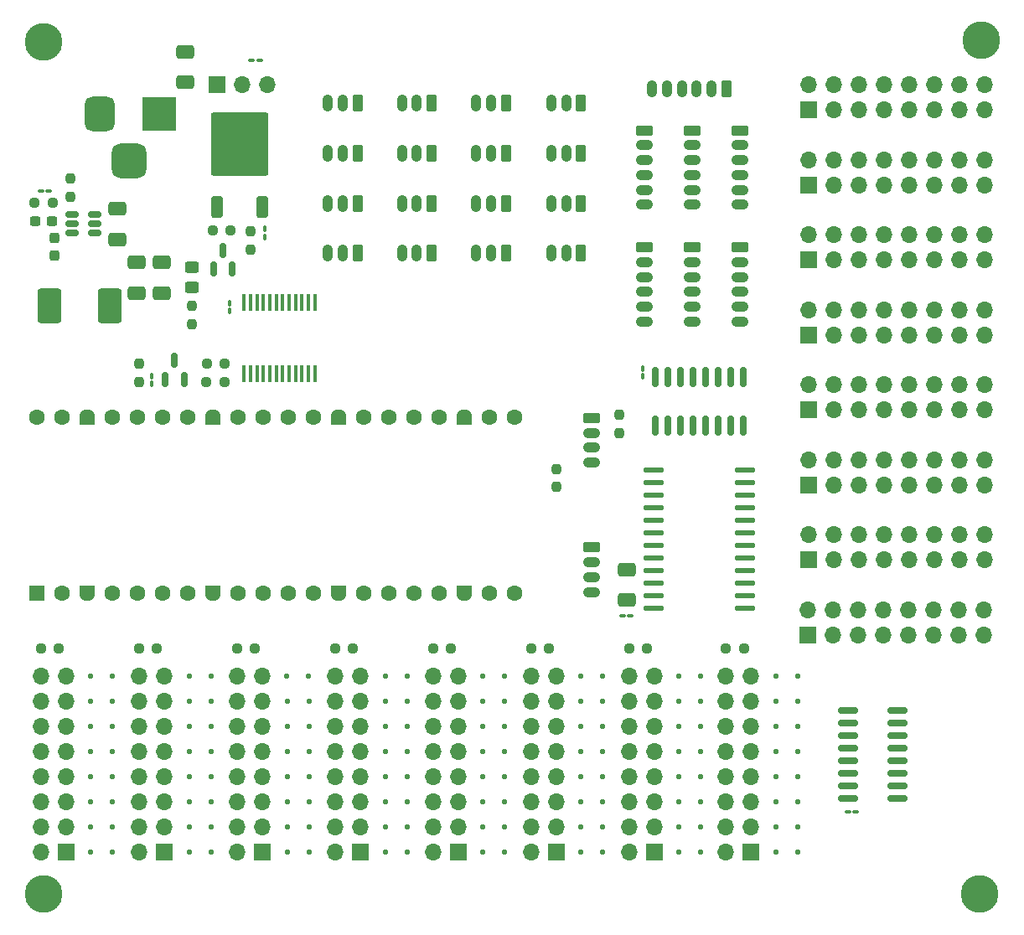
<source format=gts>
%TF.GenerationSoftware,KiCad,Pcbnew,8.0.8*%
%TF.CreationDate,2025-03-14T22:40:07-03:00*%
%TF.ProjectId,pi_controller,70695f63-6f6e-4747-926f-6c6c65722e6b,1.0*%
%TF.SameCoordinates,Original*%
%TF.FileFunction,Soldermask,Top*%
%TF.FilePolarity,Negative*%
%FSLAX46Y46*%
G04 Gerber Fmt 4.6, Leading zero omitted, Abs format (unit mm)*
G04 Created by KiCad (PCBNEW 8.0.8) date 2025-03-14 22:40:07*
%MOMM*%
%LPD*%
G01*
G04 APERTURE LIST*
G04 Aperture macros list*
%AMRoundRect*
0 Rectangle with rounded corners*
0 $1 Rounding radius*
0 $2 $3 $4 $5 $6 $7 $8 $9 X,Y pos of 4 corners*
0 Add a 4 corners polygon primitive as box body*
4,1,4,$2,$3,$4,$5,$6,$7,$8,$9,$2,$3,0*
0 Add four circle primitives for the rounded corners*
1,1,$1+$1,$2,$3*
1,1,$1+$1,$4,$5*
1,1,$1+$1,$6,$7*
1,1,$1+$1,$8,$9*
0 Add four rect primitives between the rounded corners*
20,1,$1+$1,$2,$3,$4,$5,0*
20,1,$1+$1,$4,$5,$6,$7,0*
20,1,$1+$1,$6,$7,$8,$9,0*
20,1,$1+$1,$8,$9,$2,$3,0*%
%AMFreePoly0*
4,1,28,0.605014,0.794986,0.644504,0.794986,0.724698,0.756366,0.780194,0.686777,0.800000,0.600000,0.800000,-0.600000,0.780194,-0.686777,0.724698,-0.756366,0.644504,-0.794986,0.605014,-0.794986,0.600000,-0.800000,0.000000,-0.800000,-0.178017,-0.779942,-0.347107,-0.720775,-0.498792,-0.625465,-0.625465,-0.498792,-0.720775,-0.347107,-0.779942,-0.178017,-0.800000,0.000000,-0.779942,0.178017,
-0.720775,0.347107,-0.625465,0.498792,-0.498792,0.625465,-0.347107,0.720775,-0.178017,0.779942,0.000000,0.800000,0.600000,0.800000,0.605014,0.794986,0.605014,0.794986,$1*%
%AMFreePoly1*
4,1,28,0.178017,0.779942,0.347107,0.720775,0.498792,0.625465,0.625465,0.498792,0.720775,0.347107,0.779942,0.178017,0.800000,0.000000,0.779942,-0.178017,0.720775,-0.347107,0.625465,-0.498792,0.498792,-0.625465,0.347107,-0.720775,0.178017,-0.779942,0.000000,-0.800000,-0.600000,-0.800000,-0.605014,-0.794986,-0.644504,-0.794986,-0.724698,-0.756366,-0.780194,-0.686777,-0.800000,-0.600000,
-0.800000,0.600000,-0.780194,0.686777,-0.724698,0.756366,-0.644504,0.794986,-0.605014,0.794986,-0.600000,0.800000,0.000000,0.800000,0.178017,0.779942,0.178017,0.779942,$1*%
G04 Aperture macros list end*
%ADD10RoundRect,0.250000X0.650000X-0.412500X0.650000X0.412500X-0.650000X0.412500X-0.650000X-0.412500X0*%
%ADD11RoundRect,0.200000X0.600000X-0.600000X0.600000X0.600000X-0.600000X0.600000X-0.600000X-0.600000X0*%
%ADD12C,1.600000*%
%ADD13FreePoly0,90.000000*%
%ADD14FreePoly1,90.000000*%
%ADD15RoundRect,0.250000X0.265000X0.615000X-0.265000X0.615000X-0.265000X-0.615000X0.265000X-0.615000X0*%
%ADD16O,1.030000X1.730000*%
%ADD17RoundRect,0.250000X-0.615000X0.265000X-0.615000X-0.265000X0.615000X-0.265000X0.615000X0.265000X0*%
%ADD18O,1.730000X1.030000*%
%ADD19RoundRect,0.237500X0.250000X0.237500X-0.250000X0.237500X-0.250000X-0.237500X0.250000X-0.237500X0*%
%ADD20RoundRect,0.250000X-0.650000X0.412500X-0.650000X-0.412500X0.650000X-0.412500X0.650000X0.412500X0*%
%ADD21RoundRect,0.125000X0.125000X0.125000X-0.125000X0.125000X-0.125000X-0.125000X0.125000X-0.125000X0*%
%ADD22R,1.700000X1.700000*%
%ADD23O,1.700000X1.700000*%
%ADD24RoundRect,0.237500X-0.237500X0.250000X-0.237500X-0.250000X0.237500X-0.250000X0.237500X0.250000X0*%
%ADD25C,2.600000*%
%ADD26C,3.800000*%
%ADD27RoundRect,0.250000X-0.925000X-1.500000X0.925000X-1.500000X0.925000X1.500000X-0.925000X1.500000X0*%
%ADD28RoundRect,0.100000X-0.100000X0.217500X-0.100000X-0.217500X0.100000X-0.217500X0.100000X0.217500X0*%
%ADD29RoundRect,0.100000X0.100000X-0.217500X0.100000X0.217500X-0.100000X0.217500X-0.100000X-0.217500X0*%
%ADD30RoundRect,0.150000X0.512500X0.150000X-0.512500X0.150000X-0.512500X-0.150000X0.512500X-0.150000X0*%
%ADD31R,3.500000X3.500000*%
%ADD32RoundRect,0.750000X-0.750000X-1.000000X0.750000X-1.000000X0.750000X1.000000X-0.750000X1.000000X0*%
%ADD33RoundRect,0.875000X-0.875000X-0.875000X0.875000X-0.875000X0.875000X0.875000X-0.875000X0.875000X0*%
%ADD34RoundRect,0.150000X0.150000X-0.825000X0.150000X0.825000X-0.150000X0.825000X-0.150000X-0.825000X0*%
%ADD35RoundRect,0.100000X-0.217500X-0.100000X0.217500X-0.100000X0.217500X0.100000X-0.217500X0.100000X0*%
%ADD36RoundRect,0.250000X0.350000X-0.850000X0.350000X0.850000X-0.350000X0.850000X-0.350000X-0.850000X0*%
%ADD37RoundRect,0.249997X2.650003X-2.950003X2.650003X2.950003X-2.650003X2.950003X-2.650003X-2.950003X0*%
%ADD38RoundRect,0.237500X0.237500X-0.250000X0.237500X0.250000X-0.237500X0.250000X-0.237500X-0.250000X0*%
%ADD39RoundRect,0.250000X-0.450000X0.325000X-0.450000X-0.325000X0.450000X-0.325000X0.450000X0.325000X0*%
%ADD40R,0.450000X1.750000*%
%ADD41RoundRect,0.150000X0.150000X-0.587500X0.150000X0.587500X-0.150000X0.587500X-0.150000X-0.587500X0*%
%ADD42RoundRect,0.137500X-0.862500X-0.137500X0.862500X-0.137500X0.862500X0.137500X-0.862500X0.137500X0*%
%ADD43RoundRect,0.237500X-0.250000X-0.237500X0.250000X-0.237500X0.250000X0.237500X-0.250000X0.237500X0*%
%ADD44RoundRect,0.237500X-0.300000X-0.237500X0.300000X-0.237500X0.300000X0.237500X-0.300000X0.237500X0*%
%ADD45RoundRect,0.237500X-0.237500X0.300000X-0.237500X-0.300000X0.237500X-0.300000X0.237500X0.300000X0*%
%ADD46RoundRect,0.150000X0.825000X0.150000X-0.825000X0.150000X-0.825000X-0.150000X0.825000X-0.150000X0*%
%ADD47RoundRect,0.100000X0.217500X0.100000X-0.217500X0.100000X-0.217500X-0.100000X0.217500X-0.100000X0*%
G04 APERTURE END LIST*
D10*
%TO.C,C15*%
X106045000Y-62903500D03*
X106045000Y-59778500D03*
%TD*%
%TO.C,C10*%
X150622000Y-115227500D03*
X150622000Y-112102500D03*
%TD*%
D11*
%TO.C,U4*%
X91059000Y-114554000D03*
D12*
X93599000Y-114554000D03*
D13*
X96139000Y-114554000D03*
D12*
X98679000Y-114554000D03*
X101219000Y-114554000D03*
X103759000Y-114554000D03*
X106299000Y-114554000D03*
D13*
X108839000Y-114554000D03*
D12*
X111379000Y-114554000D03*
X113919000Y-114554000D03*
X116459000Y-114554000D03*
X118999000Y-114554000D03*
D13*
X121539000Y-114554000D03*
D12*
X124079000Y-114554000D03*
X126619000Y-114554000D03*
X129159000Y-114554000D03*
X131699000Y-114554000D03*
D13*
X134239000Y-114554000D03*
D12*
X136779000Y-114554000D03*
X139319000Y-114554000D03*
X139319000Y-96774000D03*
X136779000Y-96774000D03*
D14*
X134239000Y-96774000D03*
D12*
X131699000Y-96774000D03*
X129159000Y-96774000D03*
X126619000Y-96774000D03*
X124079000Y-96774000D03*
D14*
X121539000Y-96774000D03*
D12*
X118999000Y-96774000D03*
X116459000Y-96774000D03*
X113919000Y-96774000D03*
X111379000Y-96774000D03*
D14*
X108839000Y-96774000D03*
D12*
X106299000Y-96774000D03*
X103759000Y-96774000D03*
X101219000Y-96774000D03*
X98679000Y-96774000D03*
D14*
X96139000Y-96774000D03*
D12*
X93599000Y-96774000D03*
X91059000Y-96774000D03*
%TD*%
D15*
%TO.C,JSPI7*%
X160722000Y-63569000D03*
D16*
X159222000Y-63569000D03*
X157722000Y-63569000D03*
X156222000Y-63569000D03*
X154722000Y-63569000D03*
X153222000Y-63569000D03*
%TD*%
D17*
%TO.C,JSPI6*%
X162121000Y-67751000D03*
D18*
X162121000Y-69251000D03*
X162121000Y-70751000D03*
X162121000Y-72251000D03*
X162121000Y-73751000D03*
X162121000Y-75251000D03*
%TD*%
D17*
%TO.C,JSPI5*%
X157295000Y-67751000D03*
D18*
X157295000Y-69251000D03*
X157295000Y-70751000D03*
X157295000Y-72251000D03*
X157295000Y-73751000D03*
X157295000Y-75251000D03*
%TD*%
D17*
%TO.C,JSPI4*%
X152469000Y-67751000D03*
D18*
X152469000Y-69251000D03*
X152469000Y-70751000D03*
X152469000Y-72251000D03*
X152469000Y-73751000D03*
X152469000Y-75251000D03*
%TD*%
D17*
%TO.C,JSPI3*%
X162121000Y-79562000D03*
D18*
X162121000Y-81062000D03*
X162121000Y-82562000D03*
X162121000Y-84062000D03*
X162121000Y-85562000D03*
X162121000Y-87062000D03*
%TD*%
D17*
%TO.C,JSPI2*%
X157295000Y-79562000D03*
D18*
X157295000Y-81062000D03*
X157295000Y-82562000D03*
X157295000Y-84062000D03*
X157295000Y-85562000D03*
X157295000Y-87062000D03*
%TD*%
D17*
%TO.C,JSPI1*%
X152469000Y-79562000D03*
D18*
X152469000Y-81062000D03*
X152469000Y-82562000D03*
X152469000Y-84062000D03*
X152469000Y-85562000D03*
X152469000Y-87062000D03*
%TD*%
D17*
%TO.C,J31*%
X147135000Y-109891000D03*
D18*
X147135000Y-111391000D03*
X147135000Y-112891000D03*
X147135000Y-114391000D03*
%TD*%
D17*
%TO.C,J30*%
X147135000Y-96810000D03*
D18*
X147135000Y-98310000D03*
X147135000Y-99810000D03*
X147135000Y-101310000D03*
%TD*%
D15*
%TO.C,AN16*%
X130937000Y-80137000D03*
D16*
X129437000Y-80137000D03*
X127937000Y-80137000D03*
%TD*%
D15*
%TO.C,AN15*%
X130937000Y-75184000D03*
D16*
X129437000Y-75184000D03*
X127937000Y-75184000D03*
%TD*%
D15*
%TO.C,AN14*%
X130937000Y-70104000D03*
D16*
X129437000Y-70104000D03*
X127937000Y-70104000D03*
%TD*%
D15*
%TO.C,AN13*%
X123444000Y-80137000D03*
D16*
X121944000Y-80137000D03*
X120444000Y-80137000D03*
%TD*%
D15*
%TO.C,AN12*%
X130937000Y-65024000D03*
D16*
X129437000Y-65024000D03*
X127937000Y-65024000D03*
%TD*%
D15*
%TO.C,AN11*%
X123444000Y-75184000D03*
D16*
X121944000Y-75184000D03*
X120444000Y-75184000D03*
%TD*%
D15*
%TO.C,AN10*%
X123444000Y-70104000D03*
D16*
X121944000Y-70104000D03*
X120444000Y-70104000D03*
%TD*%
D15*
%TO.C,AN9*%
X123444000Y-65024000D03*
D16*
X121944000Y-65024000D03*
X120444000Y-65024000D03*
%TD*%
D15*
%TO.C,AN8*%
X138430000Y-65024000D03*
D16*
X136930000Y-65024000D03*
X135430000Y-65024000D03*
%TD*%
D15*
%TO.C,AN7*%
X138430000Y-70104000D03*
D16*
X136930000Y-70104000D03*
X135430000Y-70104000D03*
%TD*%
D15*
%TO.C,AN6*%
X138430000Y-75184000D03*
D16*
X136930000Y-75184000D03*
X135430000Y-75184000D03*
%TD*%
D15*
%TO.C,AN5*%
X138430000Y-80137000D03*
D16*
X136930000Y-80137000D03*
X135430000Y-80137000D03*
%TD*%
D15*
%TO.C,AN4*%
X146026000Y-65024000D03*
D16*
X144526000Y-65024000D03*
X143026000Y-65024000D03*
%TD*%
D15*
%TO.C,AN3*%
X146026000Y-70104000D03*
D16*
X144526000Y-70104000D03*
X143026000Y-70104000D03*
%TD*%
D15*
%TO.C,AN2*%
X146026000Y-75184000D03*
D16*
X144526000Y-75184000D03*
X143026000Y-75184000D03*
%TD*%
D15*
%TO.C,AN1*%
X146026000Y-80137000D03*
D16*
X144526000Y-80137000D03*
X143026000Y-80137000D03*
%TD*%
D19*
%TO.C,R9*%
X93265000Y-120142000D03*
X91440000Y-120142000D03*
%TD*%
D20*
%TO.C,C2*%
X103639244Y-81072946D03*
X103639244Y-84197946D03*
%TD*%
D21*
%TO.C,D42*%
X148245000Y-133096000D03*
X146045000Y-133096000D03*
%TD*%
%TO.C,D23*%
X128438000Y-130540210D03*
X126238000Y-130540210D03*
%TD*%
D19*
%TO.C,R10*%
X113077000Y-120142000D03*
X111252000Y-120142000D03*
%TD*%
D22*
%TO.C,JR1*%
X93980000Y-140716000D03*
D23*
X91440000Y-140716000D03*
X93980000Y-138176000D03*
X91440000Y-138176000D03*
X93980000Y-135636000D03*
X91440000Y-135636000D03*
X93980000Y-133096000D03*
X91440000Y-133096000D03*
X93980000Y-130556000D03*
X91440000Y-130556000D03*
X93980000Y-128016000D03*
X91440000Y-128016000D03*
X93980000Y-125476000D03*
X91440000Y-125476000D03*
X93980000Y-122936000D03*
X91440000Y-122936000D03*
%TD*%
D21*
%TO.C,D58*%
X98715000Y-140716000D03*
X96515000Y-140716000D03*
%TD*%
%TO.C,D31*%
X128438000Y-138160210D03*
X126238000Y-138160210D03*
%TD*%
%TO.C,D59*%
X108626000Y-140716000D03*
X106426000Y-140716000D03*
%TD*%
D19*
%TO.C,R12*%
X122983000Y-120126210D03*
X121158000Y-120126210D03*
%TD*%
D24*
%TO.C,R4*%
X106680000Y-85515500D03*
X106680000Y-87340500D03*
%TD*%
D22*
%TO.C,JR6*%
X143510000Y-140716000D03*
D23*
X140970000Y-140716000D03*
X143510000Y-138176000D03*
X140970000Y-138176000D03*
X143510000Y-135636000D03*
X140970000Y-135636000D03*
X143510000Y-133096000D03*
X140970000Y-133096000D03*
X143510000Y-130556000D03*
X140970000Y-130556000D03*
X143510000Y-128016000D03*
X140970000Y-128016000D03*
X143510000Y-125476000D03*
X140970000Y-125476000D03*
X143510000Y-122936000D03*
X140970000Y-122936000D03*
%TD*%
D22*
%TO.C,JR3*%
X113792000Y-140716000D03*
D23*
X111252000Y-140716000D03*
X113792000Y-138176000D03*
X111252000Y-138176000D03*
X113792000Y-135636000D03*
X111252000Y-135636000D03*
X113792000Y-133096000D03*
X111252000Y-133096000D03*
X113792000Y-130556000D03*
X111252000Y-130556000D03*
X113792000Y-128016000D03*
X111252000Y-128016000D03*
X113792000Y-125476000D03*
X111252000Y-125476000D03*
X113792000Y-122936000D03*
X111252000Y-122936000D03*
%TD*%
D19*
%TO.C,R5*%
X110029000Y-91313000D03*
X108204000Y-91313000D03*
%TD*%
D21*
%TO.C,D10*%
X108626000Y-133096000D03*
X106426000Y-133096000D03*
%TD*%
%TO.C,D35*%
X118527000Y-122936000D03*
X116327000Y-122936000D03*
%TD*%
%TO.C,D3*%
X98715000Y-122936000D03*
X96515000Y-122936000D03*
%TD*%
D25*
%TO.C,H4*%
X186309000Y-144907000D03*
D26*
X186309000Y-144907000D03*
%TD*%
D21*
%TO.C,D52*%
X167968000Y-125476000D03*
X165768000Y-125476000D03*
%TD*%
D19*
%TO.C,R2*%
X92633344Y-75063384D03*
X90808344Y-75063384D03*
%TD*%
D21*
%TO.C,D13*%
X108626000Y-138176000D03*
X106426000Y-138176000D03*
%TD*%
%TO.C,D41*%
X148245000Y-135636000D03*
X146045000Y-135636000D03*
%TD*%
D10*
%TO.C,C4*%
X99187000Y-78803123D03*
X99187000Y-75678123D03*
%TD*%
D21*
%TO.C,D22*%
X138334000Y-130556000D03*
X136134000Y-130556000D03*
%TD*%
D27*
%TO.C,L1*%
X92352000Y-85471000D03*
X98402000Y-85471000D03*
%TD*%
D21*
%TO.C,D32*%
X118532000Y-133096000D03*
X116332000Y-133096000D03*
%TD*%
%TO.C,D26*%
X118532000Y-128016000D03*
X116332000Y-128016000D03*
%TD*%
%TO.C,D40*%
X148245000Y-138176000D03*
X146045000Y-138176000D03*
%TD*%
D19*
%TO.C,R3*%
X110640500Y-77851000D03*
X108815500Y-77851000D03*
%TD*%
D20*
%TO.C,C3*%
X101092000Y-81076000D03*
X101092000Y-84201000D03*
%TD*%
D21*
%TO.C,D2*%
X98715000Y-135636000D03*
X96515000Y-135636000D03*
%TD*%
%TO.C,D16*%
X128438000Y-122920210D03*
X126238000Y-122920210D03*
%TD*%
D28*
%TO.C,C1*%
X110490000Y-85183000D03*
X110490000Y-85998000D03*
%TD*%
D24*
%TO.C,R1*%
X94424338Y-72627127D03*
X94424338Y-74452127D03*
%TD*%
D21*
%TO.C,D60*%
X118532000Y-140716000D03*
X116332000Y-140716000D03*
%TD*%
%TO.C,D65*%
X167968000Y-140716000D03*
X165768000Y-140716000D03*
%TD*%
D19*
%TO.C,R11*%
X103171000Y-120142000D03*
X101346000Y-120142000D03*
%TD*%
D21*
%TO.C,D46*%
X148245163Y-122936000D03*
X146045163Y-122936000D03*
%TD*%
%TO.C,D44*%
X148245000Y-128016000D03*
X146045000Y-128016000D03*
%TD*%
D29*
%TO.C,C8*%
X102616000Y-93368500D03*
X102616000Y-92553500D03*
%TD*%
D22*
%TO.C,J28*%
X169037000Y-73242714D03*
D23*
X169037000Y-70702714D03*
X171577000Y-73242714D03*
X171577000Y-70702714D03*
X174117000Y-73242714D03*
X174117000Y-70702714D03*
X176657000Y-73242714D03*
X176657000Y-70702714D03*
X179197000Y-73242714D03*
X179197000Y-70702714D03*
X181737000Y-73242714D03*
X181737000Y-70702714D03*
X184277000Y-73242714D03*
X184277000Y-70702714D03*
X186817000Y-73242714D03*
X186817000Y-70702714D03*
%TD*%
D21*
%TO.C,D17*%
X138334000Y-125476000D03*
X136134000Y-125476000D03*
%TD*%
D22*
%TO.C,JR4*%
X123698000Y-140700210D03*
D23*
X121158000Y-140700210D03*
X123698000Y-138160210D03*
X121158000Y-138160210D03*
X123698000Y-135620210D03*
X121158000Y-135620210D03*
X123698000Y-133080210D03*
X121158000Y-133080210D03*
X123698000Y-130540210D03*
X121158000Y-130540210D03*
X123698000Y-128000210D03*
X121158000Y-128000210D03*
X123698000Y-125460210D03*
X121158000Y-125460210D03*
X123698000Y-122920210D03*
X121158000Y-122920210D03*
%TD*%
D24*
%TO.C,R7*%
X143510000Y-103782500D03*
X143510000Y-101957500D03*
%TD*%
D25*
%TO.C,H2*%
X186436000Y-58674000D03*
D26*
X186436000Y-58674000D03*
%TD*%
D21*
%TO.C,D34*%
X118532000Y-130556000D03*
X116332000Y-130556000D03*
%TD*%
D30*
%TO.C,U1*%
X96890000Y-78122011D03*
X96890000Y-77172011D03*
X96890000Y-76222011D03*
X94615000Y-76222011D03*
X94615000Y-77172011D03*
X94615000Y-78122011D03*
%TD*%
D31*
%TO.C,J2*%
X103409000Y-66098500D03*
D32*
X97409000Y-66098500D03*
D33*
X100409000Y-70798500D03*
%TD*%
D34*
%TO.C,U5*%
X153543000Y-97598000D03*
X154813000Y-97598000D03*
X156083000Y-97598000D03*
X157353000Y-97598000D03*
X158623000Y-97598000D03*
X159893000Y-97598000D03*
X161163000Y-97598000D03*
X162433000Y-97598000D03*
X162433000Y-92648000D03*
X161163000Y-92648000D03*
X159893000Y-92648000D03*
X158623000Y-92648000D03*
X157353000Y-92648000D03*
X156083000Y-92648000D03*
X154813000Y-92648000D03*
X153543000Y-92648000D03*
%TD*%
D29*
%TO.C,C14*%
X114046000Y-78512500D03*
X114046000Y-77697500D03*
%TD*%
D21*
%TO.C,D6*%
X108626000Y-128016000D03*
X106426000Y-128016000D03*
%TD*%
D22*
%TO.C,J27*%
X169037000Y-88410142D03*
D23*
X169037000Y-85870142D03*
X171577000Y-88410142D03*
X171577000Y-85870142D03*
X174117000Y-88410142D03*
X174117000Y-85870142D03*
X176657000Y-88410142D03*
X176657000Y-85870142D03*
X179197000Y-88410142D03*
X179197000Y-85870142D03*
X181737000Y-88410142D03*
X181737000Y-85870142D03*
X184277000Y-88410142D03*
X184277000Y-85870142D03*
X186817000Y-88410142D03*
X186817000Y-85870142D03*
%TD*%
D21*
%TO.C,D19*%
X138334000Y-122936000D03*
X136134000Y-122936000D03*
%TD*%
%TO.C,D48*%
X158151000Y-138176000D03*
X155951000Y-138176000D03*
%TD*%
%TO.C,D21*%
X128438000Y-128000210D03*
X126238000Y-128000210D03*
%TD*%
D35*
%TO.C,C12*%
X172999000Y-136652000D03*
X173814000Y-136652000D03*
%TD*%
D21*
%TO.C,D8*%
X108626000Y-130556000D03*
X106426000Y-130556000D03*
%TD*%
D24*
%TO.C,R6*%
X101346000Y-91338000D03*
X101346000Y-93163000D03*
%TD*%
D22*
%TO.C,J29*%
X169037000Y-65659000D03*
D23*
X169037000Y-63119000D03*
X171577000Y-65659000D03*
X171577000Y-63119000D03*
X174117000Y-65659000D03*
X174117000Y-63119000D03*
X176657000Y-65659000D03*
X176657000Y-63119000D03*
X179197000Y-65659000D03*
X179197000Y-63119000D03*
X181737000Y-65659000D03*
X181737000Y-63119000D03*
X184277000Y-65659000D03*
X184277000Y-63119000D03*
X186817000Y-65659000D03*
X186817000Y-63119000D03*
%TD*%
D21*
%TO.C,D12*%
X98715000Y-138176000D03*
X96515000Y-138176000D03*
%TD*%
%TO.C,D28*%
X128438000Y-135620210D03*
X126238000Y-135620210D03*
%TD*%
%TO.C,D24*%
X138334000Y-133096000D03*
X136134000Y-133096000D03*
%TD*%
%TO.C,D11*%
X98715000Y-133096000D03*
X96515000Y-133096000D03*
%TD*%
%TO.C,D18*%
X128438000Y-125460210D03*
X126238000Y-125460210D03*
%TD*%
%TO.C,D15*%
X108626000Y-125476000D03*
X106426000Y-125476000D03*
%TD*%
D22*
%TO.C,J35*%
X169037000Y-95993856D03*
D23*
X169037000Y-93453856D03*
X171577000Y-95993856D03*
X171577000Y-93453856D03*
X174117000Y-95993856D03*
X174117000Y-93453856D03*
X176657000Y-95993856D03*
X176657000Y-93453856D03*
X179197000Y-95993856D03*
X179197000Y-93453856D03*
X181737000Y-95993856D03*
X181737000Y-93453856D03*
X184277000Y-95993856D03*
X184277000Y-93453856D03*
X186817000Y-95993856D03*
X186817000Y-93453856D03*
%TD*%
%TO.C,J33*%
X186690000Y-116205000D03*
X186690000Y-118745000D03*
X184150000Y-116205000D03*
X184150000Y-118745000D03*
X181610000Y-116205000D03*
X181610000Y-118745000D03*
X179070000Y-116205000D03*
X179070000Y-118745000D03*
X176530000Y-116205000D03*
X176530000Y-118745000D03*
X173990000Y-116205000D03*
X173990000Y-118745000D03*
X171450000Y-116205000D03*
X171450000Y-118745000D03*
X168910000Y-116205000D03*
D22*
X168910000Y-118745000D03*
%TD*%
D25*
%TO.C,H3*%
X91694000Y-144907000D03*
D26*
X91694000Y-144907000D03*
%TD*%
D36*
%TO.C,Q1*%
X109298500Y-75447000D03*
D37*
X111578500Y-69147000D03*
D36*
X113858500Y-75447000D03*
%TD*%
D22*
%TO.C,JR7*%
X153416000Y-140716000D03*
D23*
X150876000Y-140716000D03*
X153416000Y-138176000D03*
X150876000Y-138176000D03*
X153416000Y-135636000D03*
X150876000Y-135636000D03*
X153416000Y-133096000D03*
X150876000Y-133096000D03*
X153416000Y-130556000D03*
X150876000Y-130556000D03*
X153416000Y-128016000D03*
X150876000Y-128016000D03*
X153416000Y-125476000D03*
X150876000Y-125476000D03*
X153416000Y-122936000D03*
X150876000Y-122936000D03*
%TD*%
D22*
%TO.C,JR2*%
X103886000Y-140716000D03*
D23*
X101346000Y-140716000D03*
X103886000Y-138176000D03*
X101346000Y-138176000D03*
X103886000Y-135636000D03*
X101346000Y-135636000D03*
X103886000Y-133096000D03*
X101346000Y-133096000D03*
X103886000Y-130556000D03*
X101346000Y-130556000D03*
X103886000Y-128016000D03*
X101346000Y-128016000D03*
X103886000Y-125476000D03*
X101346000Y-125476000D03*
X103886000Y-122936000D03*
X101346000Y-122936000D03*
%TD*%
D21*
%TO.C,D54*%
X167968000Y-122936000D03*
X165768000Y-122936000D03*
%TD*%
%TO.C,D43*%
X148245000Y-130556000D03*
X146045000Y-130556000D03*
%TD*%
%TO.C,D4*%
X108626000Y-122936000D03*
X106426000Y-122936000D03*
%TD*%
D19*
%TO.C,R16*%
X142795000Y-120142000D03*
X140970000Y-120142000D03*
%TD*%
D21*
%TO.C,D47*%
X158151000Y-122936000D03*
X155951000Y-122936000D03*
%TD*%
%TO.C,D63*%
X158151000Y-140716000D03*
X155951000Y-140716000D03*
%TD*%
%TO.C,D45*%
X148245000Y-125476000D03*
X146045000Y-125476000D03*
%TD*%
%TO.C,D50*%
X158151000Y-135636000D03*
X155951000Y-135636000D03*
%TD*%
D38*
%TO.C,R8*%
X149860000Y-98345000D03*
X149860000Y-96520000D03*
%TD*%
D19*
%TO.C,R13*%
X132889000Y-120142000D03*
X131064000Y-120142000D03*
%TD*%
D21*
%TO.C,D39*%
X158151000Y-130556000D03*
X155951000Y-130556000D03*
%TD*%
D22*
%TO.C,J26*%
X169037000Y-80826428D03*
D23*
X169037000Y-78286428D03*
X171577000Y-80826428D03*
X171577000Y-78286428D03*
X174117000Y-80826428D03*
X174117000Y-78286428D03*
X176657000Y-80826428D03*
X176657000Y-78286428D03*
X179197000Y-80826428D03*
X179197000Y-78286428D03*
X181737000Y-80826428D03*
X181737000Y-78286428D03*
X184277000Y-80826428D03*
X184277000Y-78286428D03*
X186817000Y-80826428D03*
X186817000Y-78286428D03*
%TD*%
D19*
%TO.C,R14*%
X152701000Y-120142000D03*
X150876000Y-120142000D03*
%TD*%
D21*
%TO.C,D51*%
X167968000Y-130556000D03*
X165768000Y-130556000D03*
%TD*%
D22*
%TO.C,J34*%
X169037000Y-111161284D03*
D23*
X169037000Y-108621284D03*
X171577000Y-111161284D03*
X171577000Y-108621284D03*
X174117000Y-111161284D03*
X174117000Y-108621284D03*
X176657000Y-111161284D03*
X176657000Y-108621284D03*
X179197000Y-111161284D03*
X179197000Y-108621284D03*
X181737000Y-111161284D03*
X181737000Y-108621284D03*
X184277000Y-111161284D03*
X184277000Y-108621284D03*
X186817000Y-111161284D03*
X186817000Y-108621284D03*
%TD*%
D22*
%TO.C,J32*%
X169037000Y-103577570D03*
D23*
X169037000Y-101037570D03*
X171577000Y-103577570D03*
X171577000Y-101037570D03*
X174117000Y-103577570D03*
X174117000Y-101037570D03*
X176657000Y-103577570D03*
X176657000Y-101037570D03*
X179197000Y-103577570D03*
X179197000Y-101037570D03*
X181737000Y-103577570D03*
X181737000Y-101037570D03*
X184277000Y-103577570D03*
X184277000Y-101037570D03*
X186817000Y-103577570D03*
X186817000Y-101037570D03*
%TD*%
D21*
%TO.C,D33*%
X118532000Y-135636000D03*
X116332000Y-135636000D03*
%TD*%
%TO.C,D55*%
X167968000Y-133096000D03*
X165768000Y-133096000D03*
%TD*%
D22*
%TO.C,JR8*%
X163228000Y-140716000D03*
D23*
X160688000Y-140716000D03*
X163228000Y-138176000D03*
X160688000Y-138176000D03*
X163228000Y-135636000D03*
X160688000Y-135636000D03*
X163228000Y-133096000D03*
X160688000Y-133096000D03*
X163228000Y-130556000D03*
X160688000Y-130556000D03*
X163228000Y-128016000D03*
X160688000Y-128016000D03*
X163228000Y-125476000D03*
X160688000Y-125476000D03*
X163228000Y-122936000D03*
X160688000Y-122936000D03*
%TD*%
D25*
%TO.C,H1*%
X91694000Y-58801000D03*
D26*
X91694000Y-58801000D03*
%TD*%
D23*
%TO.C,J1*%
X114315000Y-63119000D03*
X111775000Y-63119000D03*
D22*
X109235000Y-63119000D03*
%TD*%
D21*
%TO.C,D29*%
X118532000Y-125476000D03*
X116332000Y-125476000D03*
%TD*%
%TO.C,D7*%
X98715000Y-128016000D03*
X96515000Y-128016000D03*
%TD*%
%TO.C,D38*%
X158151000Y-133096000D03*
X155951000Y-133096000D03*
%TD*%
D39*
%TO.C,D1*%
X106680000Y-81593000D03*
X106680000Y-83643000D03*
%TD*%
D40*
%TO.C,U2*%
X111995000Y-92373000D03*
X112645000Y-92373000D03*
X113295000Y-92373000D03*
X113945000Y-92373000D03*
X114595000Y-92373000D03*
X115245000Y-92373000D03*
X115895000Y-92373000D03*
X116545000Y-92373000D03*
X117195000Y-92373000D03*
X117845000Y-92373000D03*
X118495000Y-92373000D03*
X119145000Y-92373000D03*
X119145000Y-85173000D03*
X118495000Y-85173000D03*
X117845000Y-85173000D03*
X117195000Y-85173000D03*
X116545000Y-85173000D03*
X115895000Y-85173000D03*
X115245000Y-85173000D03*
X114595000Y-85173000D03*
X113945000Y-85173000D03*
X113295000Y-85173000D03*
X112645000Y-85173000D03*
X111995000Y-85173000D03*
%TD*%
D41*
%TO.C,Q2*%
X108905000Y-81758000D03*
X110805000Y-81758000D03*
X109855000Y-79883000D03*
%TD*%
D24*
%TO.C,R18*%
X112649000Y-77954500D03*
X112649000Y-79779500D03*
%TD*%
D42*
%TO.C,U6*%
X153338000Y-102108000D03*
X153338000Y-103378000D03*
X153338000Y-104648000D03*
X153338000Y-105918000D03*
X153338000Y-107188000D03*
X153338000Y-108458000D03*
X153338000Y-109728000D03*
X153338000Y-110998000D03*
X153338000Y-112268000D03*
X153338000Y-113538000D03*
X153338000Y-114808000D03*
X153338000Y-116078000D03*
X162638000Y-116078000D03*
X162638000Y-114808000D03*
X162638000Y-113538000D03*
X162638000Y-112268000D03*
X162638000Y-110998000D03*
X162638000Y-109728000D03*
X162638000Y-108458000D03*
X162638000Y-107188000D03*
X162638000Y-105918000D03*
X162638000Y-104648000D03*
X162638000Y-103378000D03*
X162638000Y-102108000D03*
%TD*%
D21*
%TO.C,D37*%
X158151000Y-125476000D03*
X155951000Y-125476000D03*
%TD*%
D43*
%TO.C,R17*%
X108180500Y-93218000D03*
X110005500Y-93218000D03*
%TD*%
D21*
%TO.C,D25*%
X128438000Y-133080210D03*
X126238000Y-133080210D03*
%TD*%
D44*
%TO.C,C5*%
X90858344Y-76946854D03*
X92583344Y-76946854D03*
%TD*%
D21*
%TO.C,D20*%
X138334000Y-128016000D03*
X136134000Y-128016000D03*
%TD*%
D41*
%TO.C,U3*%
X104018000Y-92885500D03*
X105918000Y-92885500D03*
X104968000Y-91010500D03*
%TD*%
D29*
%TO.C,C9*%
X152273000Y-92609500D03*
X152273000Y-91794500D03*
%TD*%
D21*
%TO.C,D64*%
X148245000Y-140716000D03*
X146045000Y-140716000D03*
%TD*%
%TO.C,D9*%
X98715000Y-130556000D03*
X96515000Y-130556000D03*
%TD*%
%TO.C,D57*%
X167968000Y-135636000D03*
X165768000Y-135636000D03*
%TD*%
%TO.C,D49*%
X158151000Y-128016000D03*
X155951000Y-128016000D03*
%TD*%
%TO.C,D5*%
X98715000Y-125476000D03*
X96515000Y-125476000D03*
%TD*%
D45*
%TO.C,C6*%
X92837000Y-78639500D03*
X92837000Y-80364500D03*
%TD*%
D21*
%TO.C,D36*%
X118532000Y-138176000D03*
X116332000Y-138176000D03*
%TD*%
%TO.C,D14*%
X108626000Y-135636000D03*
X106426000Y-135636000D03*
%TD*%
D46*
%TO.C,U7*%
X177989000Y-135255000D03*
X177989000Y-133985000D03*
X177989000Y-132715000D03*
X177989000Y-131445000D03*
X177989000Y-130175000D03*
X177989000Y-128905000D03*
X177989000Y-127635000D03*
X177989000Y-126365000D03*
X173039000Y-126365000D03*
X173039000Y-127635000D03*
X173039000Y-128905000D03*
X173039000Y-130175000D03*
X173039000Y-131445000D03*
X173039000Y-132715000D03*
X173039000Y-133985000D03*
X173039000Y-135255000D03*
%TD*%
D47*
%TO.C,C7*%
X92281000Y-73852011D03*
X91466000Y-73852011D03*
%TD*%
D22*
%TO.C,JR5*%
X133604000Y-140716000D03*
D23*
X131064000Y-140716000D03*
X133604000Y-138176000D03*
X131064000Y-138176000D03*
X133604000Y-135636000D03*
X131064000Y-135636000D03*
X133604000Y-133096000D03*
X131064000Y-133096000D03*
X133604000Y-130556000D03*
X131064000Y-130556000D03*
X133604000Y-128016000D03*
X131064000Y-128016000D03*
X133604000Y-125476000D03*
X131064000Y-125476000D03*
X133604000Y-122936000D03*
X131064000Y-122936000D03*
%TD*%
D21*
%TO.C,D61*%
X138334000Y-140716000D03*
X136134000Y-140716000D03*
%TD*%
%TO.C,D53*%
X167968000Y-128016000D03*
X165768000Y-128016000D03*
%TD*%
D47*
%TO.C,C11*%
X151029500Y-116840000D03*
X150214500Y-116840000D03*
%TD*%
D21*
%TO.C,D62*%
X128438000Y-140700210D03*
X126238000Y-140700210D03*
%TD*%
D19*
%TO.C,R15*%
X162480000Y-120142000D03*
X160655000Y-120142000D03*
%TD*%
D21*
%TO.C,D56*%
X167968000Y-138176000D03*
X165768000Y-138176000D03*
%TD*%
D35*
%TO.C,C13*%
X113564500Y-60706000D03*
X112749500Y-60706000D03*
%TD*%
D21*
%TO.C,D30*%
X138334000Y-138176000D03*
X136134000Y-138176000D03*
%TD*%
%TO.C,D27*%
X138334000Y-135636000D03*
X136134000Y-135636000D03*
%TD*%
M02*

</source>
